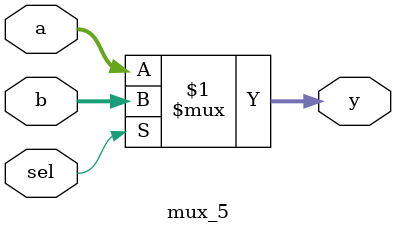
<source format=v>
`timescale 1ns / 1ps


module mux_5 (
    input [4:0] a,
    input [4:0] b,
    input sel,
    output [4:0] y
);
    assign y = sel ? b : a;
endmodule


</source>
